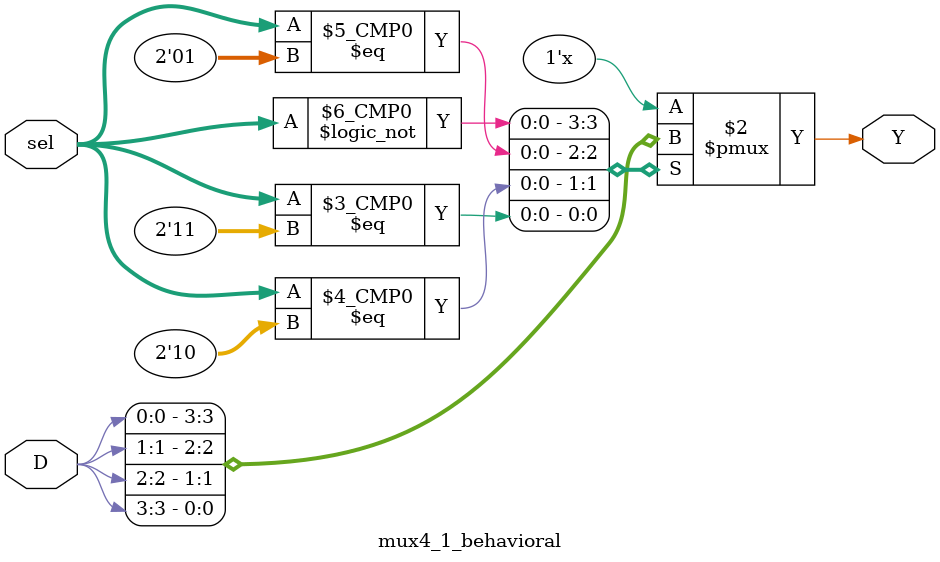
<source format=v>
module mux4_1_behavioral(
  output reg Y,
  input [3:0] D,
  input [1:0] sel
  );
  always @(*) begin
    case(sel)
      2'b00: Y <= D[0];
      2'b01: Y <= D[1];
      2'b10: Y <= D[2];
      2'b11: Y <= D[3];
    endcase
  end
endmodule

</source>
